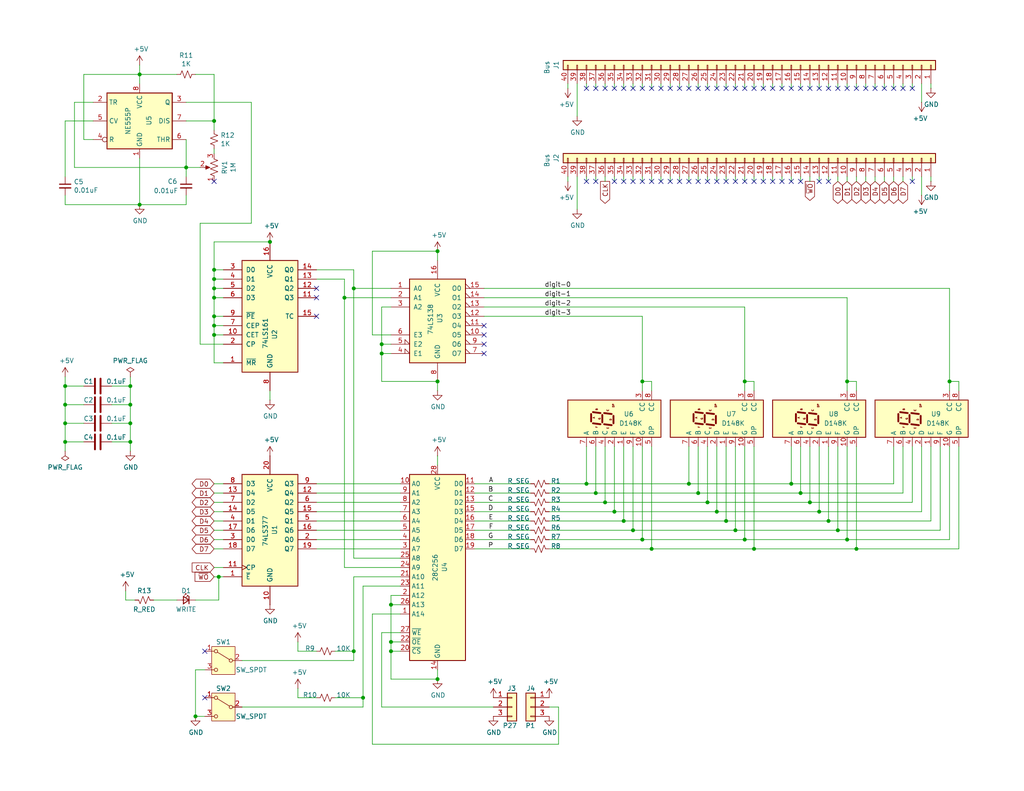
<source format=kicad_sch>
(kicad_sch (version 20231120) (generator "eeschema") (generator_version "8.0")
  (paper "A")
  (title_block (title "SAP-Plus Output Register") (date "2024-11-30") (rev "1.1") (company "github.com/TomNisbet/sap-plus"))
  (junction (at 119.38 185.42))
  (junction (at 167.64 139.7))
  (junction (at 50.8 45.72))
  (junction (at 226.06 142.24))
  (junction (at 205.74 149.86))
  (junction (at 218.44 134.62))
  (junction (at 220.98 137.16))
  (junction (at 58.42 73.66))
  (junction (at 203.2 104.14))
  (junction (at 104.14 96.52))
  (junction (at 106.68 177.8))
  (junction (at 106.68 175.26))
  (junction (at 58.42 78.74))
  (junction (at 17.78 110.49))
  (junction (at 58.42 76.2))
  (junction (at 160.02 132.08))
  (junction (at 35.56 120.65))
  (junction (at 190.5 134.62))
  (junction (at 231.14 147.32))
  (junction (at 58.42 86.36))
  (junction (at 17.78 105.41))
  (junction (at 170.18 142.24))
  (junction (at 35.56 105.41))
  (junction (at 203.2 147.32))
  (junction (at 193.04 137.16))
  (junction (at 96.52 177.8))
  (junction (at 231.14 104.14))
  (junction (at 96.52 78.74))
  (junction (at 59.69 157.48))
  (junction (at 58.42 81.28))
  (junction (at 58.42 33.02))
  (junction (at 175.26 147.32))
  (junction (at 106.68 165.1))
  (junction (at 119.38 104.14))
  (junction (at 233.68 149.86))
  (junction (at 215.9 132.08))
  (junction (at 73.66 66.04))
  (junction (at 175.26 104.14))
  (junction (at 35.56 115.57))
  (junction (at 119.38 68.58))
  (junction (at 38.1 20.32))
  (junction (at 99.06 190.5))
  (junction (at 17.78 115.57))
  (junction (at 259.08 104.14))
  (junction (at 223.52 139.7))
  (junction (at 198.12 142.24))
  (junction (at 172.72 144.78))
  (junction (at 200.66 144.78))
  (junction (at 187.96 132.08))
  (junction (at 104.14 93.98))
  (junction (at 165.1 137.16))
  (junction (at 17.78 120.65))
  (junction (at 35.56 110.49))
  (junction (at 38.1 55.88))
  (junction (at 58.42 88.9))
  (junction (at 177.8 149.86))
  (junction (at 93.98 81.28))
  (junction (at 195.58 139.7))
  (junction (at 53.34 195.58))
  (junction (at 228.6 144.78))
  (junction (at 162.56 134.62))
  (junction (at 58.42 91.44))
  (no_connect (at 203.2 24.13))
  (no_connect (at 248.92 49.53))
  (no_connect (at 238.76 24.13))
  (no_connect (at 58.42 49.53))
  (no_connect (at 86.36 78.74))
  (no_connect (at 165.1 24.13))
  (no_connect (at 162.56 24.13))
  (no_connect (at 218.44 49.53))
  (no_connect (at 160.02 49.53))
  (no_connect (at 132.08 88.9))
  (no_connect (at 187.96 24.13))
  (no_connect (at 228.6 24.13))
  (no_connect (at 213.36 24.13))
  (no_connect (at 226.06 24.13))
  (no_connect (at 205.74 49.53))
  (no_connect (at 132.08 96.52))
  (no_connect (at 246.38 24.13))
  (no_connect (at 190.5 24.13))
  (no_connect (at 86.36 86.36))
  (no_connect (at 215.9 24.13))
  (no_connect (at 185.42 49.53))
  (no_connect (at 175.26 24.13))
  (no_connect (at 162.56 49.53))
  (no_connect (at 200.66 24.13))
  (no_connect (at 55.88 177.8))
  (no_connect (at 195.58 24.13))
  (no_connect (at 236.22 24.13))
  (no_connect (at 193.04 49.53))
  (no_connect (at 248.92 24.13))
  (no_connect (at 223.52 24.13))
  (no_connect (at 198.12 24.13))
  (no_connect (at 160.02 24.13))
  (no_connect (at 198.12 49.53))
  (no_connect (at 213.36 49.53))
  (no_connect (at 177.8 49.53))
  (no_connect (at 187.96 49.53))
  (no_connect (at 208.28 24.13))
  (no_connect (at 86.36 81.28))
  (no_connect (at 231.14 24.13))
  (no_connect (at 185.42 24.13))
  (no_connect (at 172.72 49.53))
  (no_connect (at 203.2 49.53))
  (no_connect (at 220.98 24.13))
  (no_connect (at 243.84 24.13))
  (no_connect (at 132.08 91.44))
  (no_connect (at 200.66 49.53))
  (no_connect (at 167.64 49.53))
  (no_connect (at 215.9 49.53))
  (no_connect (at 55.88 190.5))
  (no_connect (at 132.08 93.98))
  (no_connect (at 210.82 49.53))
  (no_connect (at 226.06 49.53))
  (no_connect (at 208.28 49.53))
  (no_connect (at 233.68 24.13))
  (no_connect (at 182.88 24.13))
  (no_connect (at 180.34 24.13))
  (no_connect (at 172.72 24.13))
  (no_connect (at 223.52 49.53))
  (no_connect (at 193.04 24.13))
  (no_connect (at 167.64 24.13))
  (no_connect (at 218.44 24.13))
  (no_connect (at 170.18 24.13))
  (no_connect (at 205.74 24.13))
  (no_connect (at 241.3 24.13))
  (no_connect (at 180.34 49.53))
  (no_connect (at 170.18 49.53))
  (no_connect (at 182.88 49.53))
  (no_connect (at 175.26 49.53))
  (no_connect (at 177.8 24.13))
  (no_connect (at 210.82 24.13))
  (no_connect (at 190.5 49.53))
  (no_connect (at 195.58 49.53))
  (wire (pts (xy 106.68 177.8) (xy 109.22 177.8)))
  (wire (pts (xy 106.68 177.8) (xy 106.68 185.42)))
  (wire (pts (xy 109.22 149.86) (xy 86.36 149.86)))
  (wire (pts (xy 109.22 165.1) (xy 106.68 165.1)))
  (wire (pts (xy 93.98 81.28) (xy 93.98 154.94)))
  (wire (pts (xy 50.8 55.88) (xy 50.8 53.34)))
  (wire (pts (xy 182.88 49.53) (xy 182.88 48.26)))
  (wire (pts (xy 41.91 163.83) (xy 48.26 163.83)))
  (wire (pts (xy 175.26 147.32) (xy 203.2 147.32)))
  (wire (pts (xy 96.52 78.74) (xy 96.52 152.4)))
  (wire (pts (xy 50.8 38.1) (xy 50.8 45.72)))
  (wire (pts (xy 251.46 22.86) (xy 251.46 27.94)))
  (wire (pts (xy 101.6 167.64) (xy 101.6 203.2)))
  (wire (pts (xy 215.9 132.08) (xy 243.84 132.08)))
  (wire (pts (xy 109.22 134.62) (xy 86.36 134.62)))
  (wire (pts (xy 236.22 24.13) (xy 236.22 22.86)))
  (wire (pts (xy 157.48 22.86) (xy 157.48 31.75)))
  (wire (pts (xy 180.34 24.13) (xy 180.34 22.86)))
  (wire (pts (xy 195.58 49.53) (xy 195.58 48.26)))
  (wire (pts (xy 58.42 91.44) (xy 58.42 99.06)))
  (wire (pts (xy 218.44 121.92) (xy 218.44 134.62)))
  (wire (pts (xy 208.28 49.53) (xy 208.28 48.26)))
  (wire (pts (xy 106.68 175.26) (xy 109.22 175.26)))
  (wire (pts (xy 109.22 144.78) (xy 86.36 144.78)))
  (wire (pts (xy 17.78 33.02) (xy 17.78 48.26)))
  (wire (pts (xy 25.4 33.02) (xy 17.78 33.02)))
  (wire (pts (xy 205.74 49.53) (xy 205.74 48.26)))
  (wire (pts (xy 96.52 78.74) (xy 106.68 78.74)))
  (wire (pts (xy 58.42 86.36) (xy 60.96 86.36)))
  (wire (pts (xy 200.66 144.78) (xy 228.6 144.78)))
  (wire (pts (xy 17.78 120.65) (xy 17.78 123.19)))
  (wire (pts (xy 231.14 121.92) (xy 231.14 147.32)))
  (wire (pts (xy 177.8 24.13) (xy 177.8 22.86)))
  (wire (pts (xy 35.56 115.57) (xy 35.56 120.65)))
  (wire (pts (xy 167.64 48.26) (xy 167.64 49.53)))
  (wire (pts (xy 53.34 163.83) (xy 59.69 163.83)))
  (wire (pts (xy 129.54 139.7) (xy 144.78 139.7)))
  (wire (pts (xy 17.78 115.57) (xy 17.78 120.65)))
  (wire (pts (xy 149.86 147.32) (xy 175.26 147.32)))
  (wire (pts (xy 241.3 24.13) (xy 241.3 22.86)))
  (wire (pts (xy 149.86 132.08) (xy 160.02 132.08)))
  (wire (pts (xy 154.94 49.53) (xy 154.94 48.26)))
  (wire (pts (xy 86.36 177.8) (xy 81.28 177.8)))
  (wire (pts (xy 91.44 177.8) (xy 96.52 177.8)))
  (wire (pts (xy 129.54 149.86) (xy 144.78 149.86)))
  (wire (pts (xy 66.04 193.04) (xy 99.06 193.04)))
  (wire (pts (xy 218.44 134.62) (xy 246.38 134.62)))
  (wire (pts (xy 129.54 132.08) (xy 144.78 132.08)))
  (wire (pts (xy 58.42 88.9) (xy 58.42 91.44)))
  (wire (pts (xy 259.08 78.74) (xy 259.08 104.14)))
  (wire (pts (xy 160.02 121.92) (xy 160.02 132.08)))
  (wire (pts (xy 213.36 22.86) (xy 213.36 24.13)))
  (wire (pts (xy 30.48 110.49) (xy 35.56 110.49)))
  (wire (pts (xy 60.96 134.62) (xy 58.42 134.62)))
  (wire (pts (xy 93.98 76.2) (xy 93.98 81.28)))
  (wire (pts (xy 248.92 121.92) (xy 248.92 137.16)))
  (wire (pts (xy 254 121.92) (xy 254 142.24)))
  (wire (pts (xy 233.68 121.92) (xy 233.68 149.86)))
  (wire (pts (xy 172.72 121.92) (xy 172.72 144.78)))
  (wire (pts (xy 205.74 104.14) (xy 203.2 104.14)))
  (wire (pts (xy 152.4 193.04) (xy 149.86 193.04)))
  (wire (pts (xy 109.22 160.02) (xy 99.06 160.02)))
  (wire (pts (xy 60.96 144.78) (xy 58.42 144.78)))
  (wire (pts (xy 86.36 190.5) (xy 81.28 190.5)))
  (wire (pts (xy 259.08 121.92) (xy 259.08 147.32)))
  (wire (pts (xy 53.34 20.32) (xy 58.42 20.32)))
  (wire (pts (xy 22.86 38.1) (xy 22.86 20.32)))
  (wire (pts (xy 101.6 68.58) (xy 119.38 68.58)))
  (wire (pts (xy 254 24.13) (xy 254 22.86)))
  (wire (pts (xy 193.04 49.53) (xy 193.04 48.26)))
  (wire (pts (xy 17.78 110.49) (xy 22.86 110.49)))
  (wire (pts (xy 109.22 142.24) (xy 86.36 142.24)))
  (wire (pts (xy 226.06 121.92) (xy 226.06 142.24)))
  (wire (pts (xy 238.76 24.13) (xy 238.76 22.86)))
  (wire (pts (xy 203.2 83.82) (xy 203.2 104.14)))
  (wire (pts (xy 20.32 27.94) (xy 20.32 45.72)))
  (wire (pts (xy 132.08 83.82) (xy 203.2 83.82)))
  (wire (pts (xy 170.18 48.26) (xy 170.18 49.53)))
  (wire (pts (xy 220.98 137.16) (xy 248.92 137.16)))
  (wire (pts (xy 231.14 81.28) (xy 132.08 81.28)))
  (wire (pts (xy 25.4 38.1) (xy 22.86 38.1)))
  (wire (pts (xy 200.66 49.53) (xy 200.66 48.26)))
  (wire (pts (xy 109.22 147.32) (xy 86.36 147.32)))
  (wire (pts (xy 104.14 93.98) (xy 106.68 93.98)))
  (wire (pts (xy 223.52 24.13) (xy 223.52 22.86)))
  (wire (pts (xy 182.88 24.13) (xy 182.88 22.86)))
  (wire (pts (xy 215.9 24.13) (xy 215.9 22.86)))
  (wire (pts (xy 59.69 157.48) (xy 60.96 157.48)))
  (wire (pts (xy 104.14 83.82) (xy 104.14 93.98)))
  (wire (pts (xy 261.62 104.14) (xy 259.08 104.14)))
  (wire (pts (xy 34.29 163.83) (xy 36.83 163.83)))
  (wire (pts (xy 203.2 104.14) (xy 203.2 106.68)))
  (wire (pts (xy 210.82 22.86) (xy 210.82 24.13)))
  (wire (pts (xy 58.42 66.04) (xy 73.66 66.04)))
  (wire (pts (xy 25.4 27.94) (xy 20.32 27.94)))
  (wire (pts (xy 248.92 49.53) (xy 248.92 48.26)))
  (wire (pts (xy 251.46 121.92) (xy 251.46 139.7)))
  (wire (pts (xy 17.78 120.65) (xy 22.86 120.65)))
  (wire (pts (xy 261.62 121.92) (xy 261.62 149.86)))
  (wire (pts (xy 58.42 35.56) (xy 58.42 33.02)))
  (wire (pts (xy 195.58 24.13) (xy 195.58 22.86)))
  (wire (pts (xy 218.44 49.53) (xy 218.44 48.26)))
  (wire (pts (xy 243.84 24.13) (xy 243.84 22.86)))
  (wire (pts (xy 38.1 43.18) (xy 38.1 55.88)))
  (wire (pts (xy 30.48 115.57) (xy 35.56 115.57)))
  (wire (pts (xy 228.6 144.78) (xy 256.54 144.78)))
  (wire (pts (xy 54.61 93.98) (xy 60.96 93.98)))
  (wire (pts (xy 248.92 24.13) (xy 248.92 22.86)))
  (wire (pts (xy 149.86 149.86) (xy 177.8 149.86)))
  (wire (pts (xy 243.84 121.92) (xy 243.84 132.08)))
  (wire (pts (xy 160.02 48.26) (xy 160.02 49.53)))
  (wire (pts (xy 175.26 24.13) (xy 175.26 22.86)))
  (wire (pts (xy 205.74 106.68) (xy 205.74 104.14)))
  (wire (pts (xy 30.48 120.65) (xy 35.56 120.65)))
  (wire (pts (xy 231.14 106.68) (xy 231.14 104.14)))
  (wire (pts (xy 86.36 73.66) (xy 96.52 73.66)))
  (wire (pts (xy 106.68 162.56) (xy 106.68 165.1)))
  (wire (pts (xy 200.66 24.13) (xy 200.66 22.86)))
  (wire (pts (xy 233.68 49.53) (xy 233.68 48.26)))
  (wire (pts (xy 177.8 49.53) (xy 177.8 48.26)))
  (wire (pts (xy 208.28 24.13) (xy 208.28 22.86)))
  (wire (pts (xy 17.78 115.57) (xy 22.86 115.57)))
  (wire (pts (xy 106.68 175.26) (xy 106.68 177.8)))
  (wire (pts (xy 66.04 180.34) (xy 96.52 180.34)))
  (wire (pts (xy 198.12 121.92) (xy 198.12 142.24)))
  (wire (pts (xy 149.86 134.62) (xy 162.56 134.62)))
  (wire (pts (xy 60.96 149.86) (xy 58.42 149.86)))
  (wire (pts (xy 149.86 142.24) (xy 170.18 142.24)))
  (wire (pts (xy 180.34 49.53) (xy 180.34 48.26)))
  (wire (pts (xy 58.42 154.94) (xy 60.96 154.94)))
  (wire (pts (xy 96.52 73.66) (xy 96.52 78.74)))
  (wire (pts (xy 104.14 193.04) (xy 134.62 193.04)))
  (wire (pts (xy 104.14 172.72) (xy 104.14 193.04)))
  (wire (pts (xy 96.52 157.48) (xy 96.52 177.8)))
  (wire (pts (xy 109.22 162.56) (xy 106.68 162.56)))
  (wire (pts (xy 22.86 20.32) (xy 38.1 20.32)))
  (wire (pts (xy 231.14 24.13) (xy 231.14 22.86)))
  (wire (pts (xy 215.9 49.53) (xy 215.9 48.26)))
  (wire (pts (xy 193.04 137.16) (xy 220.98 137.16)))
  (wire (pts (xy 165.1 121.92) (xy 165.1 137.16)))
  (wire (pts (xy 119.38 124.46) (xy 119.38 127)))
  (wire (pts (xy 58.42 78.74) (xy 58.42 81.28)))
  (wire (pts (xy 58.42 157.48) (xy 59.69 157.48)))
  (wire (pts (xy 38.1 55.88) (xy 50.8 55.88)))
  (wire (pts (xy 205.74 149.86) (xy 233.68 149.86)))
  (wire (pts (xy 60.96 142.24) (xy 58.42 142.24)))
  (wire (pts (xy 223.52 139.7) (xy 251.46 139.7)))
  (wire (pts (xy 60.96 132.08) (xy 58.42 132.08)))
  (wire (pts (xy 109.22 167.64) (xy 101.6 167.64)))
  (wire (pts (xy 20.32 45.72) (xy 50.8 45.72)))
  (wire (pts (xy 187.96 22.86) (xy 187.96 24.13)))
  (wire (pts (xy 246.38 121.92) (xy 246.38 134.62)))
  (wire (pts (xy 220.98 24.13) (xy 220.98 22.86)))
  (wire (pts (xy 60.96 78.74) (xy 58.42 78.74)))
  (wire (pts (xy 195.58 121.92) (xy 195.58 139.7)))
  (wire (pts (xy 68.58 27.94) (xy 68.58 60.96)))
  (wire (pts (xy 35.56 110.49) (xy 35.56 115.57)))
  (wire (pts (xy 50.8 45.72) (xy 54.61 45.72)))
  (wire (pts (xy 58.42 86.36) (xy 58.42 88.9)))
  (wire (pts (xy 58.42 81.28) (xy 58.42 86.36)))
  (wire (pts (xy 233.68 24.13) (xy 233.68 22.86)))
  (wire (pts (xy 54.61 93.98) (xy 54.61 60.96)))
  (wire (pts (xy 187.96 121.92) (xy 187.96 132.08)))
  (wire (pts (xy 241.3 49.53) (xy 241.3 48.26)))
  (wire (pts (xy 210.82 48.26) (xy 210.82 49.53)))
  (wire (pts (xy 175.26 121.92) (xy 175.26 147.32)))
  (wire (pts (xy 93.98 81.28) (xy 106.68 81.28)))
  (wire (pts (xy 104.14 96.52) (xy 104.14 104.14)))
  (wire (pts (xy 167.64 139.7) (xy 195.58 139.7)))
  (wire (pts (xy 162.56 48.26) (xy 162.56 49.53)))
  (wire (pts (xy 109.22 139.7) (xy 86.36 139.7)))
  (wire (pts (xy 99.06 190.5) (xy 99.06 193.04)))
  (wire (pts (xy 157.48 48.26) (xy 157.48 57.15)))
  (wire (pts (xy 129.54 147.32) (xy 144.78 147.32)))
  (wire (pts (xy 152.4 203.2) (xy 152.4 193.04)))
  (wire (pts (xy 129.54 144.78) (xy 144.78 144.78)))
  (wire (pts (xy 38.1 20.32) (xy 38.1 22.86)))
  (wire (pts (xy 58.42 99.06) (xy 60.96 99.06)))
  (wire (pts (xy 198.12 24.13) (xy 198.12 22.86)))
  (wire (pts (xy 17.78 55.88) (xy 38.1 55.88)))
  (wire (pts (xy 213.36 48.26) (xy 213.36 49.53)))
  (wire (pts (xy 73.66 109.22) (xy 73.66 106.68)))
  (wire (pts (xy 205.74 24.13) (xy 205.74 22.86)))
  (wire (pts (xy 177.8 106.68) (xy 177.8 104.14)))
  (wire (pts (xy 55.88 182.88) (xy 53.34 182.88)))
  (wire (pts (xy 223.52 49.53) (xy 223.52 48.26)))
  (wire (pts (xy 58.42 73.66) (xy 58.42 76.2)))
  (wire (pts (xy 236.22 49.53) (xy 236.22 48.26)))
  (wire (pts (xy 190.5 134.62) (xy 218.44 134.62)))
  (wire (pts (xy 185.42 49.53) (xy 185.42 48.26)))
  (wire (pts (xy 109.22 132.08) (xy 86.36 132.08)))
  (wire (pts (xy 203.2 121.92) (xy 203.2 147.32)))
  (wire (pts (xy 60.96 73.66) (xy 58.42 73.66)))
  (wire (pts (xy 246.38 49.53) (xy 246.38 48.26)))
  (wire (pts (xy 193.04 121.92) (xy 193.04 137.16)))
  (wire (pts (xy 81.28 187.96) (xy 81.28 190.5)))
  (wire (pts (xy 119.38 68.58) (xy 119.38 71.12)))
  (wire (pts (xy 58.42 20.32) (xy 58.42 33.02)))
  (wire (pts (xy 35.56 120.65) (xy 35.56 123.19)))
  (wire (pts (xy 60.96 147.32) (xy 58.42 147.32)))
  (wire (pts (xy 228.6 24.13) (xy 228.6 22.86)))
  (wire (pts (xy 165.1 22.86) (xy 165.1 24.13)))
  (wire (pts (xy 86.36 76.2) (xy 93.98 76.2)))
  (wire (pts (xy 187.96 132.08) (xy 215.9 132.08)))
  (wire (pts (xy 160.02 22.86) (xy 160.02 24.13)))
  (wire (pts (xy 167.64 121.92) (xy 167.64 139.7)))
  (wire (pts (xy 54.61 60.96) (xy 68.58 60.96)))
  (wire (pts (xy 233.68 149.86) (xy 261.62 149.86)))
  (wire (pts (xy 175.26 49.53) (xy 175.26 48.26)))
  (wire (pts (xy 226.06 142.24) (xy 254 142.24)))
  (wire (pts (xy 17.78 105.41) (xy 22.86 105.41)))
  (wire (pts (xy 129.54 142.24) (xy 144.78 142.24)))
  (wire (pts (xy 58.42 40.64) (xy 58.42 41.91)))
  (wire (pts (xy 129.54 137.16) (xy 144.78 137.16)))
  (wire (pts (xy 231.14 49.53) (xy 231.14 48.26)))
  (wire (pts (xy 175.26 104.14) (xy 175.26 86.36)))
  (wire (pts (xy 203.2 49.53) (xy 203.2 48.26)))
  (wire (pts (xy 203.2 147.32) (xy 231.14 147.32)))
  (wire (pts (xy 162.56 134.62) (xy 190.5 134.62)))
  (wire (pts (xy 101.6 203.2) (xy 152.4 203.2)))
  (wire (pts (xy 30.48 105.41) (xy 35.56 105.41)))
  (wire (pts (xy 91.44 190.5) (xy 99.06 190.5)))
  (wire (pts (xy 58.42 88.9) (xy 60.96 88.9)))
  (wire (pts (xy 35.56 102.87) (xy 35.56 105.41)))
  (wire (pts (xy 246.38 24.13) (xy 246.38 22.86)))
  (wire (pts (xy 17.78 102.87) (xy 17.78 105.41)))
  (wire (pts (xy 149.86 137.16) (xy 165.1 137.16)))
  (wire (pts (xy 170.18 22.86) (xy 170.18 24.13)))
  (wire (pts (xy 172.72 144.78) (xy 200.66 144.78)))
  (wire (pts (xy 104.14 96.52) (xy 106.68 96.52)))
  (wire (pts (xy 220.98 121.92) (xy 220.98 137.16)))
  (wire (pts (xy 34.29 161.29) (xy 34.29 163.83)))
  (wire (pts (xy 251.46 48.26) (xy 251.46 53.34)))
  (wire (pts (xy 38.1 20.32) (xy 48.26 20.32)))
  (wire (pts (xy 58.42 33.02) (xy 50.8 33.02)))
  (wire (pts (xy 200.66 121.92) (xy 200.66 144.78)))
  (wire (pts (xy 175.26 106.68) (xy 175.26 104.14)))
  (wire (pts (xy 243.84 49.53) (xy 243.84 48.26)))
  (wire (pts (xy 119.38 106.68) (xy 119.38 104.14)))
  (wire (pts (xy 226.06 24.13) (xy 226.06 22.86)))
  (wire (pts (xy 149.86 139.7) (xy 167.64 139.7)))
  (wire (pts (xy 60.96 76.2) (xy 58.42 76.2)))
  (wire (pts (xy 233.68 106.68) (xy 233.68 104.14)))
  (wire (pts (xy 190.5 121.92) (xy 190.5 134.62)))
  (wire (pts (xy 109.22 157.48) (xy 96.52 157.48)))
  (wire (pts (xy 256.54 121.92) (xy 256.54 144.78)))
  (wire (pts (xy 104.14 93.98) (xy 104.14 96.52)))
  (wire (pts (xy 228.6 121.92) (xy 228.6 144.78)))
  (wire (pts (xy 109.22 154.94) (xy 93.98 154.94)))
  (wire (pts (xy 198.12 142.24) (xy 226.06 142.24)))
  (wire (pts (xy 203.2 24.13) (xy 203.2 22.86)))
  (wire (pts (xy 106.68 185.42) (xy 119.38 185.42)))
  (wire (pts (xy 167.64 22.86) (xy 167.64 24.13)))
  (wire (pts (xy 60.96 137.16) (xy 58.42 137.16)))
  (wire (pts (xy 35.56 105.41) (xy 35.56 110.49)))
  (wire (pts (xy 17.78 53.34) (xy 17.78 55.88)))
  (wire (pts (xy 81.28 177.8) (xy 81.28 175.26)))
  (wire (pts (xy 190.5 49.53) (xy 190.5 48.26)))
  (wire (pts (xy 99.06 160.02) (xy 99.06 190.5)))
  (wire (pts (xy 17.78 105.41) (xy 17.78 110.49)))
  (wire (pts (xy 50.8 27.94) (xy 68.58 27.94)))
  (wire (pts (xy 254 49.53) (xy 254 48.26)))
  (wire (pts (xy 165.1 137.16) (xy 193.04 137.16)))
  (wire (pts (xy 259.08 104.14) (xy 259.08 106.68)))
  (wire (pts (xy 165.1 48.26) (xy 165.1 49.53)))
  (wire (pts (xy 104.14 104.14) (xy 119.38 104.14)))
  (wire (pts (xy 60.96 139.7) (xy 58.42 139.7)))
  (wire (pts (xy 223.52 121.92) (xy 223.52 139.7)))
  (wire (pts (xy 101.6 91.44) (xy 101.6 68.58)))
  (wire (pts (xy 106.68 91.44) (xy 101.6 91.44)))
  (wire (pts (xy 172.72 49.53) (xy 172.72 48.26)))
  (wire (pts (xy 109.22 172.72) (xy 104.14 172.72)))
  (wire (pts (xy 177.8 149.86) (xy 205.74 149.86)))
  (wire (pts (xy 119.38 185.42) (xy 119.38 182.88)))
  (wire (pts (xy 60.96 81.28) (xy 58.42 81.28)))
  (wire (pts (xy 106.68 83.82) (xy 104.14 83.82)))
  (wire (pts (xy 109.22 137.16) (xy 86.36 137.16)))
  (wire (pts (xy 193.04 24.13) (xy 193.04 22.86)))
  (wire (pts (xy 129.54 134.62) (xy 144.78 134.62)))
  (wire (pts (xy 53.34 182.88) (xy 53.34 195.58)))
  (wire (pts (xy 132.08 78.74) (xy 259.08 78.74)))
  (wire (pts (xy 17.78 110.49) (xy 17.78 115.57)))
  (wire (pts (xy 185.42 24.13) (xy 185.42 22.86)))
  (wire (pts (xy 177.8 104.14) (xy 175.26 104.14)))
  (wire (pts (xy 198.12 49.53) (xy 198.12 48.26)))
  (wire (pts (xy 190.5 24.13) (xy 190.5 22.86)))
  (wire (pts (xy 109.22 152.4) (xy 96.52 152.4)))
  (wire (pts (xy 162.56 121.92) (xy 162.56 134.62)))
  (wire (pts (xy 172.72 24.13) (xy 172.72 22.86)))
  (wire (pts (xy 160.02 132.08) (xy 187.96 132.08)))
  (wire (pts (xy 175.26 86.36) (xy 132.08 86.36)))
  (wire (pts (xy 58.42 76.2) (xy 58.42 78.74)))
  (wire (pts (xy 220.98 49.53) (xy 220.98 48.26)))
  (wire (pts (xy 231.14 104.14) (xy 231.14 81.28)))
  (wire (pts (xy 38.1 17.78) (xy 38.1 20.32)))
  (wire (pts (xy 96.52 177.8) (xy 96.52 180.34)))
  (wire (pts (xy 60.96 91.44) (xy 58.42 91.44)))
  (wire (pts (xy 231.14 147.32) (xy 259.08 147.32)))
  (wire (pts (xy 154.94 24.13) (xy 154.94 22.86)))
  (wire (pts (xy 261.62 106.68) (xy 261.62 104.14)))
  (wire (pts (xy 149.86 144.78) (xy 172.72 144.78)))
  (wire (pts (xy 170.18 142.24) (xy 198.12 142.24)))
  (wire (pts (xy 58.42 66.04) (xy 58.42 73.66)))
  (wire (pts (xy 215.9 121.92) (xy 215.9 132.08)))
  (wire (pts (xy 162.56 22.86) (xy 162.56 24.13)))
  (wire (pts (xy 187.96 48.26) (xy 187.96 49.53)))
  (wire (pts (xy 195.58 139.7) (xy 223.52 139.7)))
  (wire (pts (xy 59.69 163.83) (xy 59.69 157.48)))
  (wire (pts (xy 228.6 49.53) (xy 228.6 48.26)))
  (wire (pts (xy 106.68 165.1) (xy 106.68 175.26)))
  (wire (pts (xy 238.76 49.53) (xy 238.76 48.26)))
  (wire (pts (xy 53.34 195.58) (xy 55.88 195.58)))
  (wire (pts (xy 226.06 49.53) (xy 226.06 48.26)))
  (wire (pts (xy 50.8 45.72) (xy 50.8 48.26)))
  (wire (pts (xy 218.44 24.13) (xy 218.44 22.86)))
  (wire (pts (xy 233.68 104.14) (xy 231.14 104.14)))
  (wire (pts (xy 205.74 121.92) (xy 205.74 149.86)))
  (wire (pts (xy 170.18 121.92) (xy 170.18 142.24)))
  (wire (pts (xy 177.8 121.92) (xy 177.8 149.86)))
  (label "B" (at 134.62 134.62 180))
  (label "D" (at 134.62 139.7 180))
  (label "digit-3" (at 148.59 86.36 0))
  (label "G" (at 134.62 147.32 180))
  (label "digit-1" (at 148.59 81.28 0))
  (label "digit-0" (at 148.59 78.74 0))
  (label "A" (at 134.62 132.08 180))
  (label "digit-2" (at 148.59 83.82 0))
  (label "P" (at 134.62 149.86 180))
  (label "F" (at 134.62 144.78 180))
  (label "E" (at 134.62 142.24 180))
  (label "C" (at 134.62 137.16 180))
  (global_label "D1" (shape bidirectional) (at 231.14 49.53 270) (property "Intersheetrefs" "${INTERSHEET_REFS}" (effects (hide yes))))
  (global_label "D5" (shape bidirectional) (at 241.3 49.53 270) (property "Intersheetrefs" "${INTERSHEET_REFS}" (effects (hide yes))))
  (global_label "~{WO}" (shape input) (at 58.42 157.48 180) (property "Intersheetrefs" "${INTERSHEET_REFS}" (effects (hide yes))))
  (global_label "~{WO}" (shape output) (at 220.98 49.53 270) (property "Intersheetrefs" "${INTERSHEET_REFS}" (effects (hide yes))))
  (global_label "D1" (shape bidirectional) (at 58.42 134.62 180) (property "Intersheetrefs" "${INTERSHEET_REFS}" (effects (hide yes))))
  (global_label "D0" (shape bidirectional) (at 228.6 49.53 270) (property "Intersheetrefs" "${INTERSHEET_REFS}" (effects (hide yes))))
  (global_label "D3" (shape bidirectional) (at 236.22 49.53 270) (property "Intersheetrefs" "${INTERSHEET_REFS}" (effects (hide yes))))
  (global_label "D6" (shape bidirectional) (at 243.84 49.53 270) (property "Intersheetrefs" "${INTERSHEET_REFS}" (effects (hide yes))))
  (global_label "D3" (shape bidirectional) (at 58.42 139.7 180) (property "Intersheetrefs" "${INTERSHEET_REFS}" (effects (hide yes))))
  (global_label "CLK" (shape output) (at 165.1 49.53 270) (property "Intersheetrefs" "${INTERSHEET_REFS}" (effects (hide yes))))
  (global_label "D2" (shape bidirectional) (at 58.42 137.16 180) (property "Intersheetrefs" "${INTERSHEET_REFS}" (effects (hide yes))))
  (global_label "D6" (shape bidirectional) (at 58.42 147.32 180) (property "Intersheetrefs" "${INTERSHEET_REFS}" (effects (hide yes))))
  (global_label "D0" (shape bidirectional) (at 58.42 132.08 180) (property "Intersheetrefs" "${INTERSHEET_REFS}" (effects (hide yes))))
  (global_label "D5" (shape bidirectional) (at 58.42 144.78 180) (property "Intersheetrefs" "${INTERSHEET_REFS}" (effects (hide yes))))
  (global_label "D7" (shape bidirectional) (at 58.42 149.86 180) (property "Intersheetrefs" "${INTERSHEET_REFS}" (effects (hide yes))))
  (global_label "CLK" (shape input) (at 58.42 154.94 180) (property "Intersheetrefs" "${INTERSHEET_REFS}" (effects (hide yes))))
  (global_label "D7" (shape bidirectional) (at 246.38 49.53 270) (property "Intersheetrefs" "${INTERSHEET_REFS}" (effects (hide yes))))
  (global_label "D4" (shape bidirectional) (at 58.42 142.24 180) (property "Intersheetrefs" "${INTERSHEET_REFS}" (effects (hide yes))))
  (global_label "D2" (shape bidirectional) (at 233.68 49.53 270) (property "Intersheetrefs" "${INTERSHEET_REFS}" (effects (hide yes))))
  (global_label "D4" (shape bidirectional) (at 238.76 49.53 270) (property "Intersheetrefs" "${INTERSHEET_REFS}" (effects (hide yes))))
  (symbol (lib_id "Device:C") (at 26.67 105.41 270) (unit 1)
    (property "Reference" "C1" (at 24.13 104.14 90))
    (property "Value" "0.1uF" (at 31.75 104.14 90))
    (property "Footprint" "Capacitor_THT:C_Disc_D3.0mm_W1.6mm_P2.50mm" (effects (hide yes)))
  )
  (symbol (lib_id "power:GND") (at 35.56 123.19 0) (unit 1)
    (property "Reference" "#PWR06" (effects (hide yes)))
    (property "Value" "GND" (at 35.687 127.5842 0))
    (property "Description" "Power symbol creates a global label with name \"GND\" , ground" (effects (hide yes)))
  )
  (symbol (lib_id "power:+5V") (at 17.78 102.87 0) (unit 1)
    (property "Reference" "#PWR05" (effects (hide yes)))
    (property "Value" "+5V" (at 18.161 98.4758 0))
    (property "Description" "Power symbol creates a global label with name \"+5V\"" (effects (hide yes)))
  )
  (symbol (lib_id "power:PWR_FLAG") (at 35.56 102.87 0) (unit 1)
    (property "Reference" "#FLG02" (effects (hide yes)))
    (property "Value" "PWR_FLAG" (at 35.56 98.4758 0))
  )
  (symbol (lib_id "power:PWR_FLAG") (at 17.78 123.19 180) (unit 1)
    (property "Reference" "#FLG01" (effects (hide yes)))
    (property "Value" "PWR_FLAG" (at 17.78 127.5842 0))
  )
  (symbol (lib_id "Device:C") (at 26.67 110.49 270) (unit 1)
    (property "Reference" "C2" (at 24.13 109.22 90))
    (property "Value" "0.1uF" (at 31.75 109.22 90))
    (property "Footprint" "Capacitor_THT:C_Disc_D3.0mm_W1.6mm_P2.50mm" (effects (hide yes)))
  )
  (symbol (lib_id "Device:C") (at 26.67 115.57 270) (unit 1)
    (property "Reference" "C3" (at 24.13 114.3 90))
    (property "Value" "0.1uF" (at 31.75 114.3 90))
    (property "Footprint" "Capacitor_THT:C_Disc_D3.0mm_W1.6mm_P2.50mm" (effects (hide yes)))
  )
  (symbol (lib_id "power:GND") (at 157.48 57.15 0) (unit 1)
    (property "Reference" "#PWR010" (effects (hide yes)))
    (property "Value" "GND" (at 157.607 61.5442 0))
    (property "Description" "Power symbol creates a global label with name \"GND\" , ground" (effects (hide yes)))
  )
  (symbol (lib_id "Timer:NE555P") (at 38.1 33.02 0) (unit 1)
    (property "Reference" "U5" (at 40.64 34.29 90) (effects (justify left)))
    (property "Value" "NE555P" (at 34.925 36.83 90) (effects (justify left)))
    (property "Footprint" "Package_DIP:DIP-8_W7.62mm" (effects (hide yes)))
    (property "Datasheet" "http://www.ti.com/lit/ds/symlink/ne555.pdf" (effects (hide yes)))
    (property "Description" "Precision Timers, 555 compatible,  PDIP-8" (effects (hide yes)))
  )
  (symbol (lib_id "power:GND") (at 254 24.13 0) (unit 1)
    (property "Reference" "#PWR01" (effects (hide yes)))
    (property "Value" "GND" (at 254.127 28.5242 0))
    (property "Description" "Power symbol creates a global label with name \"GND\" , ground" (effects (hide yes)))
  )
  (symbol (lib_id "Device:C_Small") (at 50.8 50.8 0) (unit 1)
    (property "Reference" "C6" (at 45.72 49.53 0) (effects (justify left)))
    (property "Value" "0.01uF" (at 41.91 52.07 0) (effects (justify left)))
    (property "Footprint" "Capacitor_THT:C_Disc_D3.0mm_W1.6mm_P2.50mm" (effects (hide yes)))
  )
  (symbol (lib_id "Device:R_Small_US") (at 50.8 20.32 270) (unit 1)
    (property "Reference" "R11" (at 50.8 15.113 90))
    (property "Value" "1K" (at 50.8 17.4244 90))
    (property "Footprint" "Resistor_THT:R_Axial_DIN0207_L6.3mm_D2.5mm_P10.16mm_Horizontal" (effects (hide yes)))
  )
  (symbol (lib_id "Device:R_Potentiometer_US") (at 58.42 45.72 180) (unit 1)
    (property "Reference" "RV1" (at 61.2902 45.72 90))
    (property "Value" "1M" (at 63.6016 45.72 90))
    (property "Footprint" "Potentiometer_THT:Potentiometer_Bourns_3386F_Vertical" (effects (hide yes)))
  )
  (symbol (lib_id "myChips:74LS377-alt2") (at 73.66 144.78 0) (unit 1)
    (property "Reference" "U1" (at 74.93 146.05 90) (effects (justify left)))
    (property "Value" "74LS377" (at 72.39 149.225 90) (effects (justify left)))
    (property "Footprint" "Package_DIP:DIP-20_W7.62mm" (effects (hide yes)))
    (property "Datasheet" "http://www.ti.com/lit/gpn/sn74LS377" (effects (hide yes)))
    (property "Description" "8-bit Register" (effects (hide yes)))
  )
  (symbol (lib_id "Device:R_Small_US") (at 88.9 190.5 90) (unit 1)
    (property "Reference" "R10" (at 84.582 189.738 90))
    (property "Value" "10K" (at 93.726 189.738 90))
    (property "Footprint" "Resistor_THT:R_Axial_DIN0207_L6.3mm_D2.5mm_P10.16mm_Horizontal" (effects (hide yes)))
    (property "Description" "Resistor, small US symbol" (effects (hide yes)))
  )
  (symbol (lib_id "74xx:74LS161") (at 73.66 86.36 0) (unit 1)
    (property "Reference" "U2" (at 74.93 92.71 90) (effects (justify left)))
    (property "Value" "74LS161" (at 72.39 95.25 90) (effects (justify left)))
    (property "Footprint" "Package_DIP:DIP-16_W7.62mm" (effects (hide yes)))
    (property "Datasheet" "http://www.ti.com/lit/gpn/sn74LS161" (effects (hide yes)))
    (property "Description" "Synchronous 4-bit programmable binary Counter" (effects (hide yes)))
  )
  (symbol (lib_id "power:+5V") (at 119.38 68.58 0) (unit 1)
    (property "Reference" "#PWR015" (effects (hide yes)))
    (property "Value" "+5V" (at 119.761 64.1858 0))
    (property "Description" "Power symbol creates a global label with name \"+5V\"" (effects (hide yes)))
  )
  (symbol (lib_id "power:+5V") (at 149.86 190.5 0) (unit 1)
    (property "Reference" "#PWR027" (effects (hide yes)))
    (property "Value" "+5V" (at 150.241 186.1058 0))
    (property "Description" "Power symbol creates a global label with name \"+5V\"" (effects (hide yes)))
  )
  (symbol (lib_id "Display_Character:D148K") (at 167.64 114.3 90) (unit 1)
    (property "Reference" "U6" (at 170.18 113.03 90) (effects (justify right)))
    (property "Value" "D148K" (at 168.91 115.57 90) (effects (justify right)))
    (property "Footprint" "Display_7Segment:D1X8K" (effects (hide yes)))
    (property "Datasheet" "https://ia800903.us.archive.org/24/items/CTKD1x8K/Cromatek%20D168K.pdf" (effects (hide yes)))
    (property "Description" "One digit 7 segment yellowish-green LED, low current, common cathode" (effects (hide yes)))
  )
  (symbol (lib_id "power:+5V") (at 73.66 124.46 0) (unit 1)
    (property "Reference" "#PWR012" (effects (hide yes)))
    (property "Value" "+5V" (at 74.041 120.0658 0))
    (property "Description" "Power symbol creates a global label with name \"+5V\"" (effects (hide yes)))
  )
  (symbol (lib_id "Device:C_Small") (at 17.78 50.8 0) (unit 1)
    (property "Reference" "C5" (at 20.1168 49.6316 0) (effects (justify left)))
    (property "Value" "0.01uF" (at 20.1168 51.943 0) (effects (justify left)))
    (property "Footprint" "Capacitor_THT:C_Disc_D3.0mm_W1.6mm_P2.50mm" (effects (hide yes)))
    (property "Description" "Unpolarized capacitor, small symbol" (effects (hide yes)))
  )
  (symbol (lib_id "Device:R_Small_US") (at 39.37 163.83 270) (mirror x) (unit 1)
    (property "Reference" "R13" (at 39.37 161.29 90))
    (property "Value" "R_RED" (at 39.37 166.37 90))
    (property "Footprint" "Resistor_THT:R_Axial_DIN0207_L6.3mm_D2.5mm_P10.16mm_Horizontal" (effects (hide yes)))
    (property "Description" "Resistor, small US symbol" (effects (hide yes)))
  )
  (symbol (lib_id "power:+5V") (at 34.29 161.29 0) (unit 1)
    (property "Reference" "#PWR028" (effects (hide yes)))
    (property "Value" "+5V" (at 34.671 156.8958 0))
    (property "Description" "Power symbol creates a global label with name \"+5V\"" (effects (hide yes)))
  )
  (symbol (lib_id "Connector_Generic:Conn_01x03") (at 139.7 193.04 0) (unit 1)
    (property "Reference" "J3" (at 138.43 187.96 0) (effects (justify left)))
    (property "Value" "P27" (at 137.16 198.12 0) (effects (justify left)))
    (property "Footprint" "Connector_PinHeader_2.54mm:PinHeader_1x03_P2.54mm_Vertical" (effects (hide yes)))
    (property "Description" "Generic connector, single row, 01x03, script generated (kicad-library-utils/schlib/autogen/connector/)" (effects (hide yes)))
  )
  (symbol (lib_id "Device:R_Small_US") (at 147.32 139.7 270) (mirror x) (unit 1)
    (property "Reference" "R4" (at 151.638 138.938 90))
    (property "Value" "R_SEG" (at 141.478 138.938 90))
    (property "Footprint" "Resistor_THT:R_Axial_DIN0207_L6.3mm_D2.5mm_P10.16mm_Horizontal" (effects (hide yes)))
    (property "Description" "Resistor, small US symbol" (effects (hide yes)))
  )
  (symbol (lib_id "Display_Character:D148K") (at 223.52 114.3 90) (unit 1)
    (property "Reference" "U8" (at 226.06 113.03 90) (effects (justify right)))
    (property "Value" "D148K" (at 224.79 115.57 90) (effects (justify right)))
    (property "Footprint" "Display_7Segment:D1X8K" (effects (hide yes)))
    (property "Datasheet" "https://ia800903.us.archive.org/24/items/CTKD1x8K/Cromatek%20D168K.pdf" (effects (hide yes)))
    (property "Description" "One digit 7 segment yellowish-green LED, low current, common cathode" (effects (hide yes)))
  )
  (symbol (lib_id "power:GND") (at 254 49.53 0) (unit 1)
    (property "Reference" "#PWR07" (effects (hide yes)))
    (property "Value" "GND" (at 254.127 53.9242 0))
    (property "Description" "Power symbol creates a global label with name \"GND\" , ground" (effects (hide yes)))
  )
  (symbol (lib_id "Device:C") (at 26.67 120.65 270) (unit 1)
    (property "Reference" "C4" (at 24.13 119.38 90))
    (property "Value" "0.1uF" (at 31.75 119.38 90))
    (property "Footprint" "Capacitor_THT:C_Disc_D3.0mm_W1.6mm_P2.50mm" (effects (hide yes)))
  )
  (symbol (lib_id "Device:R_Small_US") (at 147.32 147.32 270) (mirror x) (unit 1)
    (property "Reference" "R7" (at 151.638 146.558 90))
    (property "Value" "R_SEG" (at 141.478 146.558 90))
    (property "Footprint" "Resistor_THT:R_Axial_DIN0207_L6.3mm_D2.5mm_P10.16mm_Horizontal" (effects (hide yes)))
    (property "Description" "Resistor, small US symbol" (effects (hide yes)))
  )
  (symbol (lib_id "Device:R_Small_US") (at 58.42 38.1 180) (unit 1)
    (property "Reference" "R12" (at 60.1472 36.9316 0) (effects (justify right)))
    (property "Value" "1K" (at 60.1472 39.243 0) (effects (justify right)))
    (property "Footprint" "Resistor_THT:R_Axial_DIN0207_L6.3mm_D2.5mm_P10.16mm_Horizontal" (effects (hide yes)))
    (property "Description" "Resistor, small US symbol" (effects (hide yes)))
  )
  (symbol (lib_id "power:+5V") (at 38.1 17.78 0) (unit 1)
    (property "Reference" "#PWR016" (effects (hide yes)))
    (property "Value" "+5V" (at 38.481 13.3858 0))
    (property "Description" "Power symbol creates a global label with name \"+5V\"" (effects (hide yes)))
  )
  (symbol (lib_id "power:+5V") (at 251.46 27.94 180) (unit 1)
    (property "Reference" "#PWR03" (effects (hide yes)))
    (property "Value" "+5V" (at 251.079 32.3342 0))
    (property "Description" "Power symbol creates a global label with name \"+5V\"" (effects (hide yes)))
  )
  (symbol (lib_id "power:+5V") (at 119.38 124.46 0) (unit 1)
    (property "Reference" "#PWR013" (effects (hide yes)))
    (property "Value" "+5V" (at 119.761 120.0658 0))
    (property "Description" "Power symbol creates a global label with name \"+5V\"" (effects (hide yes)))
  )
  (symbol (lib_id "Device:LED_Small") (at 50.8 163.83 0) (mirror y) (unit 1)
    (property "Reference" "D1" (at 50.8 161.29 0))
    (property "Value" "WRITE" (at 50.8 166.37 0))
    (property "Footprint" "LED_THT:LED_D3.0mm" (effects (hide yes)))
    (property "Description" "Light emitting diode, small symbol" (effects (hide yes)))
  )
  (symbol (lib_id "power:GND") (at 149.86 195.58 0) (unit 1)
    (property "Reference" "#PWR025" (effects (hide yes)))
    (property "Value" "GND" (at 149.987 199.9742 0))
    (property "Description" "Power symbol creates a global label with name \"GND\" , ground" (effects (hide yes)))
  )
  (symbol (lib_id "Switch:SW_SPDT") (at 60.96 180.34 0) (mirror y) (unit 1)
    (property "Reference" "SW1" (at 60.96 175.26 0))
    (property "Value" "SW_SPDT" (at 68.58 182.88 0))
    (property "Footprint" "Connector_PinHeader_2.54mm:PinHeader_1x03_P2.54mm_Vertical" (effects (hide yes)))
    (property "Description" "Switch, single pole double throw" (effects (hide yes)))
  )
  (symbol (lib_id "power:+5V") (at 251.46 53.34 180) (unit 1)
    (property "Reference" "#PWR09" (effects (hide yes)))
    (property "Value" "+5V" (at 251.079 57.7342 0))
    (property "Description" "Power symbol creates a global label with name \"+5V\"" (effects (hide yes)))
  )
  (symbol (lib_id "Connector_Generic:Conn_01x40") (at 205.74 17.78 270) (mirror x) (unit 1)
    (property "Reference" "J1" (at 151.765 17.78 0))
    (property "Value" "Bus" (at 149.225 18.415 0))
    (property "Footprint" "Connector_PinHeader_2.54mm:PinHeader_1x40_P2.54mm_Vertical" (effects (hide yes)))
  )
  (symbol (lib_id "Device:R_Small_US") (at 147.32 144.78 270) (mirror x) (unit 1)
    (property "Reference" "R6" (at 151.638 144.018 90))
    (property "Value" "R_SEG" (at 141.478 144.018 90))
    (property "Footprint" "Resistor_THT:R_Axial_DIN0207_L6.3mm_D2.5mm_P10.16mm_Horizontal" (effects (hide yes)))
    (property "Description" "Resistor, small US symbol" (effects (hide yes)))
  )
  (symbol (lib_id "Device:R_Small_US") (at 147.32 134.62 270) (mirror x) (unit 1)
    (property "Reference" "R2" (at 151.638 133.858 90))
    (property "Value" "R_SEG" (at 141.478 133.858 90))
    (property "Footprint" "Resistor_THT:R_Axial_DIN0207_L6.3mm_D2.5mm_P10.16mm_Horizontal" (effects (hide yes)))
    (property "Description" "Resistor, small US symbol" (effects (hide yes)))
  )
  (symbol (lib_id "Display_Character:D148K") (at 195.58 114.3 90) (unit 1)
    (property "Reference" "U7" (at 198.12 113.03 90) (effects (justify right)))
    (property "Value" "D148K" (at 196.85 115.57 90) (effects (justify right)))
    (property "Footprint" "Display_7Segment:D1X8K" (effects (hide yes)))
    (property "Datasheet" "https://ia800903.us.archive.org/24/items/CTKD1x8K/Cromatek%20D168K.pdf" (effects (hide yes)))
    (property "Description" "One digit 7 segment yellowish-green LED, low current, common cathode" (effects (hide yes)))
  )
  (symbol (lib_id "power:GND") (at 53.34 195.58 0) (unit 1)
    (property "Reference" "#PWR022" (effects (hide yes)))
    (property "Value" "GND" (at 53.467 199.9742 0))
    (property "Description" "Power symbol creates a global label with name \"GND\" , ground" (effects (hide yes)))
  )
  (symbol (lib_id "power:+5V") (at 154.94 49.53 180) (unit 1)
    (property "Reference" "#PWR08" (effects (hide yes)))
    (property "Value" "+5V" (at 154.559 53.9242 0))
    (property "Description" "Power symbol creates a global label with name \"+5V\"" (effects (hide yes)))
  )
  (symbol (lib_id "Display_Character:D148K") (at 251.46 114.3 90) (unit 1)
    (property "Reference" "U9" (at 254 113.03 90) (effects (justify right)))
    (property "Value" "D148K" (at 252.73 115.57 90) (effects (justify right)))
    (property "Footprint" "Display_7Segment:D1X8K" (effects (hide yes)))
    (property "Datasheet" "https://ia800903.us.archive.org/24/items/CTKD1x8K/Cromatek%20D168K.pdf" (effects (hide yes)))
    (property "Description" "One digit 7 segment yellowish-green LED, low current, common cathode" (effects (hide yes)))
  )
  (symbol (lib_id "power:GND") (at 38.1 55.88 0) (unit 1)
    (property "Reference" "#PWR021" (effects (hide yes)))
    (property "Value" "GND" (at 38.227 60.2742 0))
    (property "Description" "Power symbol creates a global label with name \"GND\" , ground" (effects (hide yes)))
  )
  (symbol (lib_id "power:GND") (at 134.62 195.58 0) (unit 1)
    (property "Reference" "#PWR024" (effects (hide yes)))
    (property "Value" "GND" (at 134.747 199.9742 0))
    (property "Description" "Power symbol creates a global label with name \"GND\" , ground" (effects (hide yes)))
  )
  (symbol (lib_id "Switch:SW_SPDT") (at 60.96 193.04 0) (mirror y) (unit 1)
    (property "Reference" "SW2" (at 60.96 187.96 0))
    (property "Value" "SW_SPDT" (at 68.58 195.58 0))
    (property "Footprint" "Connector_PinHeader_2.54mm:PinHeader_1x03_P2.54mm_Vertical" (effects (hide yes)))
    (property "Description" "Switch, single pole double throw" (effects (hide yes)))
  )
  (symbol (lib_id "Device:R_Small_US") (at 147.32 137.16 270) (mirror x) (unit 1)
    (property "Reference" "R3" (at 151.638 136.398 90))
    (property "Value" "R_SEG" (at 141.478 136.398 90))
    (property "Footprint" "Resistor_THT:R_Axial_DIN0207_L6.3mm_D2.5mm_P10.16mm_Horizontal" (effects (hide yes)))
    (property "Description" "Resistor, small US symbol" (effects (hide yes)))
  )
  (symbol (lib_id "power:+5V") (at 73.66 66.04 0) (unit 1)
    (property "Reference" "#PWR014" (effects (hide yes)))
    (property "Value" "+5V" (at 74.041 61.6458 0))
    (property "Description" "Power symbol creates a global label with name \"+5V\"" (effects (hide yes)))
  )
  (symbol (lib_id "power:+5V") (at 81.28 175.26 0) (unit 1)
    (property "Reference" "#PWR011" (effects (hide yes)))
    (property "Value" "+5V" (at 81.661 170.8658 0))
    (property "Description" "Power symbol creates a global label with name \"+5V\"" (effects (hide yes)))
  )
  (symbol (lib_id "power:+5V") (at 134.62 190.5 0) (unit 1)
    (property "Reference" "#PWR026" (effects (hide yes)))
    (property "Value" "+5V" (at 135.001 186.1058 0))
    (property "Description" "Power symbol creates a global label with name \"+5V\"" (effects (hide yes)))
  )
  (symbol (lib_id "Device:R_Small_US") (at 88.9 177.8 90) (unit 1)
    (property "Reference" "R9" (at 84.582 177.038 90))
    (property "Value" "10K" (at 93.726 177.038 90))
    (property "Footprint" "Resistor_THT:R_Axial_DIN0207_L6.3mm_D2.5mm_P10.16mm_Horizontal" (effects (hide yes)))
    (property "Description" "Resistor, small US symbol" (effects (hide yes)))
  )
  (symbol (lib_id "74xx:74LS138") (at 119.38 86.36 0) (unit 1)
    (property "Reference" "U3" (at 120.015 88.265 90) (effects (justify left)))
    (property "Value" "74LS138" (at 117.475 91.44 90) (effects (justify left)))
    (property "Footprint" "Package_DIP:DIP-16_W7.62mm" (effects (hide yes)))
    (property "Datasheet" "http://www.ti.com/lit/gpn/sn74LS138" (effects (hide yes)))
    (property "Description" "Decoder 3 to 8 active low outputs" (effects (hide yes)))
  )
  (symbol (lib_id "Device:R_Small_US") (at 147.32 132.08 270) (mirror x) (unit 1)
    (property "Reference" "R1" (at 151.638 131.318 90))
    (property "Value" "R_SEG" (at 141.478 131.318 90))
    (property "Footprint" "Resistor_THT:R_Axial_DIN0207_L6.3mm_D2.5mm_P10.16mm_Horizontal" (effects (hide yes)))
    (property "Description" "Resistor, small US symbol" (effects (hide yes)))
  )
  (symbol (lib_id "power:GND") (at 119.38 185.42 0) (unit 1)
    (property "Reference" "#PWR018" (effects (hide yes)))
    (property "Value" "GND" (at 119.507 189.8142 0))
    (property "Description" "Power symbol creates a global label with name \"GND\" , ground" (effects (hide yes)))
  )
  (symbol (lib_id "Memory_EEPROM:28C256") (at 119.38 154.94 0) (unit 1)
    (property "Reference" "U4" (at 121.285 156.21 90) (effects (justify left)))
    (property "Value" "28C256" (at 118.745 158.75 90) (effects (justify left)))
    (property "Footprint" "Package_DIP:DIP-28_W15.24mm" (effects (hide yes)))
    (property "Datasheet" "http://ww1.microchip.com/downloads/en/DeviceDoc/doc0006.pdf" (effects (hide yes)))
    (property "Description" "Paged Parallel EEPROM 256Kb (32K x 8), DIP-28/SOIC-28" (effects (hide yes)))
  )
  (symbol (lib_id "Device:R_Small_US") (at 147.32 149.86 270) (mirror x) (unit 1)
    (property "Reference" "R8" (at 151.638 149.098 90))
    (property "Value" "R_SEG" (at 141.478 149.098 90))
    (property "Footprint" "Resistor_THT:R_Axial_DIN0207_L6.3mm_D2.5mm_P10.16mm_Horizontal" (effects (hide yes)))
    (property "Description" "Resistor, small US symbol" (effects (hide yes)))
  )
  (symbol (lib_id "Connector_Generic:Conn_01x40") (at 205.74 43.18 270) (mirror x) (unit 1)
    (property "Reference" "J2" (at 151.765 43.18 0))
    (property "Value" "Bus" (at 149.225 43.815 0))
    (property "Footprint" "Connector_PinHeader_2.54mm:PinHeader_1x40_P2.54mm_Vertical" (effects (hide yes)))
  )
  (symbol (lib_id "Device:R_Small_US") (at 147.32 142.24 270) (mirror x) (unit 1)
    (property "Reference" "R5" (at 151.638 141.478 90))
    (property "Value" "R_SEG" (at 141.478 141.478 90))
    (property "Footprint" "Resistor_THT:R_Axial_DIN0207_L6.3mm_D2.5mm_P10.16mm_Horizontal" (effects (hide yes)))
    (property "Description" "Resistor, small US symbol" (effects (hide yes)))
  )
  (symbol (lib_id "power:+5V") (at 81.28 187.96 0) (unit 1)
    (property "Reference" "#PWR023" (effects (hide yes)))
    (property "Value" "+5V" (at 81.661 183.5658 0))
    (property "Description" "Power symbol creates a global label with name \"+5V\"" (effects (hide yes)))
  )
  (symbol (lib_id "power:GND") (at 73.66 109.22 0) (unit 1)
    (property "Reference" "#PWR019" (effects (hide yes)))
    (property "Value" "GND" (at 73.787 113.6142 0))
    (property "Description" "Power symbol creates a global label with name \"GND\" , ground" (effects (hide yes)))
  )
  (symbol (lib_id "power:GND") (at 73.66 165.1 0) (unit 1)
    (property "Reference" "#PWR017" (effects (hide yes)))
    (property "Value" "GND" (at 73.787 169.4942 0))
    (property "Description" "Power symbol creates a global label with name \"GND\" , ground" (effects (hide yes)))
  )
  (symbol (lib_id "Connector_Generic:Conn_01x03") (at 144.78 193.04 0) (mirror y) (unit 1)
    (property "Reference" "J4" (at 146.05 187.96 0) (effects (justify left)))
    (property "Value" "P1" (at 146.05 198.12 0) (effects (justify left)))
    (property "Footprint" "Connector_PinHeader_2.54mm:PinHeader_1x03_P2.54mm_Vertical" (effects (hide yes)))
    (property "Description" "Generic connector, single row, 01x03, script generated (kicad-library-utils/schlib/autogen/connector/)" (effects (hide yes)))
  )
  (symbol (lib_id "power:GND") (at 119.38 106.68 0) (unit 1)
    (property "Reference" "#PWR020" (effects (hide yes)))
    (property "Value" "GND" (at 119.507 111.0742 0))
    (property "Description" "Power symbol creates a global label with name \"GND\" , ground" (effects (hide yes)))
  )
  (symbol (lib_id "power:+5V") (at 154.94 24.13 180) (unit 1)
    (property "Reference" "#PWR02" (effects (hide yes)))
    (property "Value" "+5V" (at 154.559 28.5242 0))
    (property "Description" "Power symbol creates a global label with name \"+5V\"" (effects (hide yes)))
  )
  (symbol (lib_id "power:GND") (at 157.48 31.75 0) (unit 1)
    (property "Reference" "#PWR04" (effects (hide yes)))
    (property "Value" "GND" (at 157.607 36.1442 0))
    (property "Description" "Power symbol creates a global label with name \"GND\" , ground" (effects (hide yes)))
  )
)
</source>
